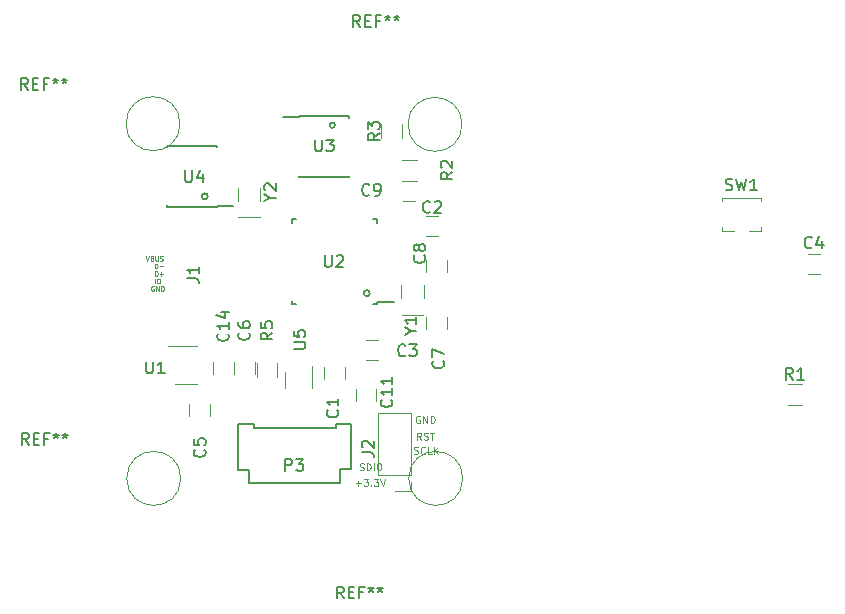
<source format=gto>
G04 #@! TF.FileFunction,Legend,Top*
%FSLAX46Y46*%
G04 Gerber Fmt 4.6, Leading zero omitted, Abs format (unit mm)*
G04 Created by KiCad (PCBNEW 4.0.5) date 05/03/17 20:46:56*
%MOMM*%
%LPD*%
G01*
G04 APERTURE LIST*
%ADD10C,0.100000*%
%ADD11C,0.125000*%
%ADD12C,0.200000*%
%ADD13C,0.120000*%
%ADD14C,0.150000*%
%ADD15C,0.080000*%
G04 APERTURE END LIST*
D10*
D11*
X120529500Y-86847357D02*
X120986643Y-86847357D01*
X120758072Y-87075929D02*
X120758072Y-86618786D01*
X121215214Y-86475929D02*
X121586643Y-86475929D01*
X121386643Y-86704500D01*
X121472357Y-86704500D01*
X121529500Y-86733071D01*
X121558071Y-86761643D01*
X121586643Y-86818786D01*
X121586643Y-86961643D01*
X121558071Y-87018786D01*
X121529500Y-87047357D01*
X121472357Y-87075929D01*
X121300929Y-87075929D01*
X121243786Y-87047357D01*
X121215214Y-87018786D01*
X121843786Y-87018786D02*
X121872358Y-87047357D01*
X121843786Y-87075929D01*
X121815215Y-87047357D01*
X121843786Y-87018786D01*
X121843786Y-87075929D01*
X122072357Y-86475929D02*
X122443786Y-86475929D01*
X122243786Y-86704500D01*
X122329500Y-86704500D01*
X122386643Y-86733071D01*
X122415214Y-86761643D01*
X122443786Y-86818786D01*
X122443786Y-86961643D01*
X122415214Y-87018786D01*
X122386643Y-87047357D01*
X122329500Y-87075929D01*
X122158072Y-87075929D01*
X122100929Y-87047357D01*
X122072357Y-87018786D01*
X122615215Y-86475929D02*
X122815215Y-87075929D01*
X123015215Y-86475929D01*
X120864429Y-85713857D02*
X120950143Y-85742429D01*
X121093000Y-85742429D01*
X121150143Y-85713857D01*
X121178714Y-85685286D01*
X121207286Y-85628143D01*
X121207286Y-85571000D01*
X121178714Y-85513857D01*
X121150143Y-85485286D01*
X121093000Y-85456714D01*
X120978714Y-85428143D01*
X120921572Y-85399571D01*
X120893000Y-85371000D01*
X120864429Y-85313857D01*
X120864429Y-85256714D01*
X120893000Y-85199571D01*
X120921572Y-85171000D01*
X120978714Y-85142429D01*
X121121572Y-85142429D01*
X121207286Y-85171000D01*
X121464429Y-85742429D02*
X121464429Y-85142429D01*
X121607286Y-85142429D01*
X121693001Y-85171000D01*
X121750143Y-85228143D01*
X121778715Y-85285286D01*
X121807286Y-85399571D01*
X121807286Y-85485286D01*
X121778715Y-85599571D01*
X121750143Y-85656714D01*
X121693001Y-85713857D01*
X121607286Y-85742429D01*
X121464429Y-85742429D01*
X122064429Y-85742429D02*
X122064429Y-85142429D01*
X122464429Y-85142429D02*
X122578715Y-85142429D01*
X122635857Y-85171000D01*
X122693000Y-85228143D01*
X122721572Y-85342429D01*
X122721572Y-85542429D01*
X122693000Y-85656714D01*
X122635857Y-85713857D01*
X122578715Y-85742429D01*
X122464429Y-85742429D01*
X122407286Y-85713857D01*
X122350143Y-85656714D01*
X122321572Y-85542429D01*
X122321572Y-85342429D01*
X122350143Y-85228143D01*
X122407286Y-85171000D01*
X122464429Y-85142429D01*
X125477715Y-84316857D02*
X125563429Y-84345429D01*
X125706286Y-84345429D01*
X125763429Y-84316857D01*
X125792000Y-84288286D01*
X125820572Y-84231143D01*
X125820572Y-84174000D01*
X125792000Y-84116857D01*
X125763429Y-84088286D01*
X125706286Y-84059714D01*
X125592000Y-84031143D01*
X125534858Y-84002571D01*
X125506286Y-83974000D01*
X125477715Y-83916857D01*
X125477715Y-83859714D01*
X125506286Y-83802571D01*
X125534858Y-83774000D01*
X125592000Y-83745429D01*
X125734858Y-83745429D01*
X125820572Y-83774000D01*
X126420572Y-84288286D02*
X126392001Y-84316857D01*
X126306287Y-84345429D01*
X126249144Y-84345429D01*
X126163429Y-84316857D01*
X126106287Y-84259714D01*
X126077715Y-84202571D01*
X126049144Y-84088286D01*
X126049144Y-84002571D01*
X126077715Y-83888286D01*
X126106287Y-83831143D01*
X126163429Y-83774000D01*
X126249144Y-83745429D01*
X126306287Y-83745429D01*
X126392001Y-83774000D01*
X126420572Y-83802571D01*
X126963429Y-84345429D02*
X126677715Y-84345429D01*
X126677715Y-83745429D01*
X127163429Y-84345429D02*
X127163429Y-83745429D01*
X127506286Y-84345429D02*
X127249143Y-84002571D01*
X127506286Y-83745429D02*
X127163429Y-84088286D01*
X126099928Y-83138929D02*
X125899928Y-82853214D01*
X125757071Y-83138929D02*
X125757071Y-82538929D01*
X125985643Y-82538929D01*
X126042785Y-82567500D01*
X126071357Y-82596071D01*
X126099928Y-82653214D01*
X126099928Y-82738929D01*
X126071357Y-82796071D01*
X126042785Y-82824643D01*
X125985643Y-82853214D01*
X125757071Y-82853214D01*
X126328500Y-83110357D02*
X126414214Y-83138929D01*
X126557071Y-83138929D01*
X126614214Y-83110357D01*
X126642785Y-83081786D01*
X126671357Y-83024643D01*
X126671357Y-82967500D01*
X126642785Y-82910357D01*
X126614214Y-82881786D01*
X126557071Y-82853214D01*
X126442785Y-82824643D01*
X126385643Y-82796071D01*
X126357071Y-82767500D01*
X126328500Y-82710357D01*
X126328500Y-82653214D01*
X126357071Y-82596071D01*
X126385643Y-82567500D01*
X126442785Y-82538929D01*
X126585643Y-82538929D01*
X126671357Y-82567500D01*
X126842786Y-82538929D02*
X127185643Y-82538929D01*
X127014214Y-83138929D02*
X127014214Y-82538929D01*
X125971358Y-81170500D02*
X125914215Y-81141929D01*
X125828501Y-81141929D01*
X125742786Y-81170500D01*
X125685644Y-81227643D01*
X125657072Y-81284786D01*
X125628501Y-81399071D01*
X125628501Y-81484786D01*
X125657072Y-81599071D01*
X125685644Y-81656214D01*
X125742786Y-81713357D01*
X125828501Y-81741929D01*
X125885644Y-81741929D01*
X125971358Y-81713357D01*
X125999929Y-81684786D01*
X125999929Y-81484786D01*
X125885644Y-81484786D01*
X126257072Y-81741929D02*
X126257072Y-81141929D01*
X126599929Y-81741929D01*
X126599929Y-81141929D01*
X126885643Y-81741929D02*
X126885643Y-81141929D01*
X127028500Y-81141929D01*
X127114215Y-81170500D01*
X127171357Y-81227643D01*
X127199929Y-81284786D01*
X127228500Y-81399071D01*
X127228500Y-81484786D01*
X127199929Y-81599071D01*
X127171357Y-81656214D01*
X127114215Y-81713357D01*
X127028500Y-81741929D01*
X126885643Y-81741929D01*
D12*
X121729500Y-70739000D02*
G75*
G03X121729500Y-70739000I-254000J0D01*
G01*
X108021317Y-62547500D02*
G75*
G03X108021317Y-62547500I-261817J0D01*
G01*
X118783453Y-56515000D02*
G75*
G03X118783453Y-56515000I-228953J0D01*
G01*
D13*
X129540000Y-56451500D02*
G75*
G03X129540000Y-56451500I-2286000J0D01*
G01*
X129603500Y-86423500D02*
G75*
G03X129603500Y-86423500I-2286000J0D01*
G01*
X105727500Y-86423500D02*
G75*
G03X105727500Y-86423500I-2286000J0D01*
G01*
X119595000Y-77970000D02*
X119595000Y-76970000D01*
X117895000Y-76970000D02*
X117895000Y-77970000D01*
X127500000Y-64174000D02*
X126500000Y-64174000D01*
X126500000Y-65874000D02*
X127500000Y-65874000D01*
X122420000Y-74715000D02*
X121420000Y-74715000D01*
X121420000Y-76415000D02*
X122420000Y-76415000D01*
X159835001Y-67407000D02*
X158835001Y-67407000D01*
X158835001Y-69107000D02*
X159835001Y-69107000D01*
X106465000Y-80145000D02*
X106465000Y-81145000D01*
X108165000Y-81145000D02*
X108165000Y-80145000D01*
X111975000Y-77589000D02*
X111975000Y-76589000D01*
X110275000Y-76589000D02*
X110275000Y-77589000D01*
X126531000Y-72779000D02*
X126531000Y-73779000D01*
X128231000Y-73779000D02*
X128231000Y-72779000D01*
X128231000Y-68953000D02*
X128231000Y-67953000D01*
X126531000Y-67953000D02*
X126531000Y-68953000D01*
X124531500Y-62953000D02*
X125531500Y-62953000D01*
X125531500Y-61253000D02*
X124531500Y-61253000D01*
X120562000Y-78875000D02*
X120562000Y-79875000D01*
X122262000Y-79875000D02*
X122262000Y-78875000D01*
X110197000Y-77589000D02*
X110197000Y-76589000D01*
X108497000Y-76589000D02*
X108497000Y-77589000D01*
X125215000Y-86106000D02*
X125215000Y-80906000D01*
X125215000Y-80906000D02*
X122435000Y-80906000D01*
X122435000Y-80906000D02*
X122435000Y-86106000D01*
X122435000Y-86106000D02*
X125215000Y-86106000D01*
X125215000Y-86741000D02*
X125215000Y-87496000D01*
X125215000Y-87496000D02*
X123825000Y-87496000D01*
D14*
X117800000Y-82123000D02*
X118900000Y-82123000D01*
X118900000Y-82123000D02*
X118900000Y-81823000D01*
X118900000Y-81823000D02*
X120100000Y-81823000D01*
X120100000Y-81823000D02*
X120100000Y-85623000D01*
X120100000Y-85623000D02*
X119200000Y-85623000D01*
X119200000Y-85623000D02*
X119200000Y-86823000D01*
X119200000Y-86823000D02*
X111500000Y-86823000D01*
X111500000Y-86823000D02*
X111500000Y-85723000D01*
X111500000Y-85723000D02*
X110600000Y-85723000D01*
X110600000Y-85723000D02*
X110600000Y-81823000D01*
X110600000Y-81823000D02*
X111900000Y-81823000D01*
X111900000Y-81823000D02*
X111900000Y-82123000D01*
X111900000Y-82123000D02*
X117800000Y-82123000D01*
D13*
X158305001Y-80187000D02*
X157105001Y-80187000D01*
X157105001Y-78427000D02*
X158305001Y-78427000D01*
X124495000Y-59445000D02*
X125695000Y-59445000D01*
X125695000Y-61205000D02*
X124495000Y-61205000D01*
X124451000Y-56423000D02*
X124451000Y-57623000D01*
X122691000Y-57623000D02*
X122691000Y-56423000D01*
X112150000Y-77816000D02*
X112150000Y-76616000D01*
X113910000Y-76616000D02*
X113910000Y-77816000D01*
X151536191Y-65457000D02*
X152536191Y-65457000D01*
X151536191Y-65167000D02*
X151536191Y-65457000D01*
X154836191Y-65457000D02*
X153836191Y-65457000D01*
X154836191Y-65457000D02*
X154836191Y-65167000D01*
X151536191Y-62957000D02*
X151536191Y-62667000D01*
X151536191Y-62667000D02*
X154836191Y-62667000D01*
X154836191Y-62667000D02*
X154836191Y-62957000D01*
X105272000Y-78445000D02*
X107072000Y-78445000D01*
X107072000Y-75225000D02*
X104622000Y-75225000D01*
D14*
X122370000Y-71697000D02*
X122370000Y-71472000D01*
X115120000Y-71697000D02*
X115120000Y-71372000D01*
X115120000Y-64447000D02*
X115120000Y-64772000D01*
X122370000Y-64447000D02*
X122370000Y-64772000D01*
X122370000Y-71697000D02*
X122045000Y-71697000D01*
X122370000Y-64447000D02*
X122045000Y-64447000D01*
X115120000Y-64447000D02*
X115445000Y-64447000D01*
X115120000Y-71697000D02*
X115445000Y-71697000D01*
X122370000Y-71472000D02*
X123795000Y-71472000D01*
X115781000Y-55781500D02*
X115781000Y-55831500D01*
X119931000Y-55781500D02*
X119931000Y-55926500D01*
X119931000Y-60931500D02*
X119931000Y-60786500D01*
X115781000Y-60931500D02*
X115781000Y-60786500D01*
X115781000Y-55781500D02*
X119931000Y-55781500D01*
X115781000Y-60931500D02*
X119931000Y-60931500D01*
X115781000Y-55831500D02*
X114381000Y-55831500D01*
X108755000Y-63408000D02*
X108755000Y-63358000D01*
X104605000Y-63408000D02*
X104605000Y-63263000D01*
X104605000Y-58258000D02*
X104605000Y-58403000D01*
X108755000Y-58258000D02*
X108755000Y-58403000D01*
X108755000Y-63408000D02*
X104605000Y-63408000D01*
X108755000Y-58258000D02*
X104605000Y-58258000D01*
X108755000Y-63358000D02*
X110155000Y-63358000D01*
D13*
X116857000Y-78805000D02*
X116857000Y-76905000D01*
X114537000Y-77405000D02*
X114537000Y-78805000D01*
X124399000Y-71162000D02*
X124399000Y-70062000D01*
X126299000Y-71162000D02*
X126299000Y-70062000D01*
X124449000Y-72562000D02*
X126249000Y-72562000D01*
X110556000Y-62907000D02*
X110556000Y-61807000D01*
X112456000Y-62907000D02*
X112456000Y-61807000D01*
X110606000Y-64307000D02*
X112406000Y-64307000D01*
X105664000Y-56388000D02*
G75*
G03X105664000Y-56388000I-2286000J0D01*
G01*
D14*
X120904167Y-48204381D02*
X120570833Y-47728190D01*
X120332738Y-48204381D02*
X120332738Y-47204381D01*
X120713691Y-47204381D01*
X120808929Y-47252000D01*
X120856548Y-47299619D01*
X120904167Y-47394857D01*
X120904167Y-47537714D01*
X120856548Y-47632952D01*
X120808929Y-47680571D01*
X120713691Y-47728190D01*
X120332738Y-47728190D01*
X121332738Y-47680571D02*
X121666072Y-47680571D01*
X121808929Y-48204381D02*
X121332738Y-48204381D01*
X121332738Y-47204381D01*
X121808929Y-47204381D01*
X122570834Y-47680571D02*
X122237500Y-47680571D01*
X122237500Y-48204381D02*
X122237500Y-47204381D01*
X122713691Y-47204381D01*
X123237500Y-47204381D02*
X123237500Y-47442476D01*
X122999405Y-47347238D02*
X123237500Y-47442476D01*
X123475596Y-47347238D01*
X123094643Y-47632952D02*
X123237500Y-47442476D01*
X123380358Y-47632952D01*
X123999405Y-47204381D02*
X123999405Y-47442476D01*
X123761310Y-47347238D02*
X123999405Y-47442476D01*
X124237501Y-47347238D01*
X123856548Y-47632952D02*
X123999405Y-47442476D01*
X124142263Y-47632952D01*
X119507167Y-96591381D02*
X119173833Y-96115190D01*
X118935738Y-96591381D02*
X118935738Y-95591381D01*
X119316691Y-95591381D01*
X119411929Y-95639000D01*
X119459548Y-95686619D01*
X119507167Y-95781857D01*
X119507167Y-95924714D01*
X119459548Y-96019952D01*
X119411929Y-96067571D01*
X119316691Y-96115190D01*
X118935738Y-96115190D01*
X119935738Y-96067571D02*
X120269072Y-96067571D01*
X120411929Y-96591381D02*
X119935738Y-96591381D01*
X119935738Y-95591381D01*
X120411929Y-95591381D01*
X121173834Y-96067571D02*
X120840500Y-96067571D01*
X120840500Y-96591381D02*
X120840500Y-95591381D01*
X121316691Y-95591381D01*
X121840500Y-95591381D02*
X121840500Y-95829476D01*
X121602405Y-95734238D02*
X121840500Y-95829476D01*
X122078596Y-95734238D01*
X121697643Y-96019952D02*
X121840500Y-95829476D01*
X121983358Y-96019952D01*
X122602405Y-95591381D02*
X122602405Y-95829476D01*
X122364310Y-95734238D02*
X122602405Y-95829476D01*
X122840501Y-95734238D01*
X122459548Y-96019952D02*
X122602405Y-95829476D01*
X122745263Y-96019952D01*
X92837167Y-83573881D02*
X92503833Y-83097690D01*
X92265738Y-83573881D02*
X92265738Y-82573881D01*
X92646691Y-82573881D01*
X92741929Y-82621500D01*
X92789548Y-82669119D01*
X92837167Y-82764357D01*
X92837167Y-82907214D01*
X92789548Y-83002452D01*
X92741929Y-83050071D01*
X92646691Y-83097690D01*
X92265738Y-83097690D01*
X93265738Y-83050071D02*
X93599072Y-83050071D01*
X93741929Y-83573881D02*
X93265738Y-83573881D01*
X93265738Y-82573881D01*
X93741929Y-82573881D01*
X94503834Y-83050071D02*
X94170500Y-83050071D01*
X94170500Y-83573881D02*
X94170500Y-82573881D01*
X94646691Y-82573881D01*
X95170500Y-82573881D02*
X95170500Y-82811976D01*
X94932405Y-82716738D02*
X95170500Y-82811976D01*
X95408596Y-82716738D01*
X95027643Y-83002452D02*
X95170500Y-82811976D01*
X95313358Y-83002452D01*
X95932405Y-82573881D02*
X95932405Y-82811976D01*
X95694310Y-82716738D02*
X95932405Y-82811976D01*
X96170501Y-82716738D01*
X95789548Y-83002452D02*
X95932405Y-82811976D01*
X96075263Y-83002452D01*
X118975143Y-80621166D02*
X119022762Y-80668785D01*
X119070381Y-80811642D01*
X119070381Y-80906880D01*
X119022762Y-81049738D01*
X118927524Y-81144976D01*
X118832286Y-81192595D01*
X118641810Y-81240214D01*
X118498952Y-81240214D01*
X118308476Y-81192595D01*
X118213238Y-81144976D01*
X118118000Y-81049738D01*
X118070381Y-80906880D01*
X118070381Y-80811642D01*
X118118000Y-80668785D01*
X118165619Y-80621166D01*
X119070381Y-79668785D02*
X119070381Y-80240214D01*
X119070381Y-79954500D02*
X118070381Y-79954500D01*
X118213238Y-80049738D01*
X118308476Y-80144976D01*
X118356095Y-80240214D01*
X126833334Y-63857143D02*
X126785715Y-63904762D01*
X126642858Y-63952381D01*
X126547620Y-63952381D01*
X126404762Y-63904762D01*
X126309524Y-63809524D01*
X126261905Y-63714286D01*
X126214286Y-63523810D01*
X126214286Y-63380952D01*
X126261905Y-63190476D01*
X126309524Y-63095238D01*
X126404762Y-63000000D01*
X126547620Y-62952381D01*
X126642858Y-62952381D01*
X126785715Y-63000000D01*
X126833334Y-63047619D01*
X127214286Y-63047619D02*
X127261905Y-63000000D01*
X127357143Y-62952381D01*
X127595239Y-62952381D01*
X127690477Y-63000000D01*
X127738096Y-63047619D01*
X127785715Y-63142857D01*
X127785715Y-63238095D01*
X127738096Y-63380952D01*
X127166667Y-63952381D01*
X127785715Y-63952381D01*
X124737834Y-75985643D02*
X124690215Y-76033262D01*
X124547358Y-76080881D01*
X124452120Y-76080881D01*
X124309262Y-76033262D01*
X124214024Y-75938024D01*
X124166405Y-75842786D01*
X124118786Y-75652310D01*
X124118786Y-75509452D01*
X124166405Y-75318976D01*
X124214024Y-75223738D01*
X124309262Y-75128500D01*
X124452120Y-75080881D01*
X124547358Y-75080881D01*
X124690215Y-75128500D01*
X124737834Y-75176119D01*
X125071167Y-75080881D02*
X125690215Y-75080881D01*
X125356881Y-75461833D01*
X125499739Y-75461833D01*
X125594977Y-75509452D01*
X125642596Y-75557071D01*
X125690215Y-75652310D01*
X125690215Y-75890405D01*
X125642596Y-75985643D01*
X125594977Y-76033262D01*
X125499739Y-76080881D01*
X125214024Y-76080881D01*
X125118786Y-76033262D01*
X125071167Y-75985643D01*
X159168335Y-66864143D02*
X159120716Y-66911762D01*
X158977859Y-66959381D01*
X158882621Y-66959381D01*
X158739763Y-66911762D01*
X158644525Y-66816524D01*
X158596906Y-66721286D01*
X158549287Y-66530810D01*
X158549287Y-66387952D01*
X158596906Y-66197476D01*
X158644525Y-66102238D01*
X158739763Y-66007000D01*
X158882621Y-65959381D01*
X158977859Y-65959381D01*
X159120716Y-66007000D01*
X159168335Y-66054619D01*
X160025478Y-66292714D02*
X160025478Y-66959381D01*
X159787382Y-65911762D02*
X159549287Y-66626048D01*
X160168335Y-66626048D01*
X107735643Y-83986666D02*
X107783262Y-84034285D01*
X107830881Y-84177142D01*
X107830881Y-84272380D01*
X107783262Y-84415238D01*
X107688024Y-84510476D01*
X107592786Y-84558095D01*
X107402310Y-84605714D01*
X107259452Y-84605714D01*
X107068976Y-84558095D01*
X106973738Y-84510476D01*
X106878500Y-84415238D01*
X106830881Y-84272380D01*
X106830881Y-84177142D01*
X106878500Y-84034285D01*
X106926119Y-83986666D01*
X106830881Y-83081904D02*
X106830881Y-83558095D01*
X107307071Y-83605714D01*
X107259452Y-83558095D01*
X107211833Y-83462857D01*
X107211833Y-83224761D01*
X107259452Y-83129523D01*
X107307071Y-83081904D01*
X107402310Y-83034285D01*
X107640405Y-83034285D01*
X107735643Y-83081904D01*
X107783262Y-83129523D01*
X107830881Y-83224761D01*
X107830881Y-83462857D01*
X107783262Y-83558095D01*
X107735643Y-83605714D01*
X111482143Y-74080666D02*
X111529762Y-74128285D01*
X111577381Y-74271142D01*
X111577381Y-74366380D01*
X111529762Y-74509238D01*
X111434524Y-74604476D01*
X111339286Y-74652095D01*
X111148810Y-74699714D01*
X111005952Y-74699714D01*
X110815476Y-74652095D01*
X110720238Y-74604476D01*
X110625000Y-74509238D01*
X110577381Y-74366380D01*
X110577381Y-74271142D01*
X110625000Y-74128285D01*
X110672619Y-74080666D01*
X110577381Y-73223523D02*
X110577381Y-73414000D01*
X110625000Y-73509238D01*
X110672619Y-73556857D01*
X110815476Y-73652095D01*
X111005952Y-73699714D01*
X111386905Y-73699714D01*
X111482143Y-73652095D01*
X111529762Y-73604476D01*
X111577381Y-73509238D01*
X111577381Y-73318761D01*
X111529762Y-73223523D01*
X111482143Y-73175904D01*
X111386905Y-73128285D01*
X111148810Y-73128285D01*
X111053571Y-73175904D01*
X111005952Y-73223523D01*
X110958333Y-73318761D01*
X110958333Y-73509238D01*
X111005952Y-73604476D01*
X111053571Y-73652095D01*
X111148810Y-73699714D01*
X127928643Y-76493666D02*
X127976262Y-76541285D01*
X128023881Y-76684142D01*
X128023881Y-76779380D01*
X127976262Y-76922238D01*
X127881024Y-77017476D01*
X127785786Y-77065095D01*
X127595310Y-77112714D01*
X127452452Y-77112714D01*
X127261976Y-77065095D01*
X127166738Y-77017476D01*
X127071500Y-76922238D01*
X127023881Y-76779380D01*
X127023881Y-76684142D01*
X127071500Y-76541285D01*
X127119119Y-76493666D01*
X127023881Y-76160333D02*
X127023881Y-75493666D01*
X128023881Y-75922238D01*
X126341143Y-67540166D02*
X126388762Y-67587785D01*
X126436381Y-67730642D01*
X126436381Y-67825880D01*
X126388762Y-67968738D01*
X126293524Y-68063976D01*
X126198286Y-68111595D01*
X126007810Y-68159214D01*
X125864952Y-68159214D01*
X125674476Y-68111595D01*
X125579238Y-68063976D01*
X125484000Y-67968738D01*
X125436381Y-67825880D01*
X125436381Y-67730642D01*
X125484000Y-67587785D01*
X125531619Y-67540166D01*
X125864952Y-66968738D02*
X125817333Y-67063976D01*
X125769714Y-67111595D01*
X125674476Y-67159214D01*
X125626857Y-67159214D01*
X125531619Y-67111595D01*
X125484000Y-67063976D01*
X125436381Y-66968738D01*
X125436381Y-66778261D01*
X125484000Y-66683023D01*
X125531619Y-66635404D01*
X125626857Y-66587785D01*
X125674476Y-66587785D01*
X125769714Y-66635404D01*
X125817333Y-66683023D01*
X125864952Y-66778261D01*
X125864952Y-66968738D01*
X125912571Y-67063976D01*
X125960190Y-67111595D01*
X126055429Y-67159214D01*
X126245905Y-67159214D01*
X126341143Y-67111595D01*
X126388762Y-67063976D01*
X126436381Y-66968738D01*
X126436381Y-66778261D01*
X126388762Y-66683023D01*
X126341143Y-66635404D01*
X126245905Y-66587785D01*
X126055429Y-66587785D01*
X125960190Y-66635404D01*
X125912571Y-66683023D01*
X125864952Y-66778261D01*
X121689834Y-62396643D02*
X121642215Y-62444262D01*
X121499358Y-62491881D01*
X121404120Y-62491881D01*
X121261262Y-62444262D01*
X121166024Y-62349024D01*
X121118405Y-62253786D01*
X121070786Y-62063310D01*
X121070786Y-61920452D01*
X121118405Y-61729976D01*
X121166024Y-61634738D01*
X121261262Y-61539500D01*
X121404120Y-61491881D01*
X121499358Y-61491881D01*
X121642215Y-61539500D01*
X121689834Y-61587119D01*
X122166024Y-62491881D02*
X122356500Y-62491881D01*
X122451739Y-62444262D01*
X122499358Y-62396643D01*
X122594596Y-62253786D01*
X122642215Y-62063310D01*
X122642215Y-61682357D01*
X122594596Y-61587119D01*
X122546977Y-61539500D01*
X122451739Y-61491881D01*
X122261262Y-61491881D01*
X122166024Y-61539500D01*
X122118405Y-61587119D01*
X122070786Y-61682357D01*
X122070786Y-61920452D01*
X122118405Y-62015690D01*
X122166024Y-62063310D01*
X122261262Y-62110929D01*
X122451739Y-62110929D01*
X122546977Y-62063310D01*
X122594596Y-62015690D01*
X122642215Y-61920452D01*
X123547143Y-79763857D02*
X123594762Y-79811476D01*
X123642381Y-79954333D01*
X123642381Y-80049571D01*
X123594762Y-80192429D01*
X123499524Y-80287667D01*
X123404286Y-80335286D01*
X123213810Y-80382905D01*
X123070952Y-80382905D01*
X122880476Y-80335286D01*
X122785238Y-80287667D01*
X122690000Y-80192429D01*
X122642381Y-80049571D01*
X122642381Y-79954333D01*
X122690000Y-79811476D01*
X122737619Y-79763857D01*
X123642381Y-78811476D02*
X123642381Y-79382905D01*
X123642381Y-79097191D02*
X122642381Y-79097191D01*
X122785238Y-79192429D01*
X122880476Y-79287667D01*
X122928095Y-79382905D01*
X123642381Y-77859095D02*
X123642381Y-78430524D01*
X123642381Y-78144810D02*
X122642381Y-78144810D01*
X122785238Y-78240048D01*
X122880476Y-78335286D01*
X122928095Y-78430524D01*
X109704143Y-74175857D02*
X109751762Y-74223476D01*
X109799381Y-74366333D01*
X109799381Y-74461571D01*
X109751762Y-74604429D01*
X109656524Y-74699667D01*
X109561286Y-74747286D01*
X109370810Y-74794905D01*
X109227952Y-74794905D01*
X109037476Y-74747286D01*
X108942238Y-74699667D01*
X108847000Y-74604429D01*
X108799381Y-74461571D01*
X108799381Y-74366333D01*
X108847000Y-74223476D01*
X108894619Y-74175857D01*
X109799381Y-73223476D02*
X109799381Y-73794905D01*
X109799381Y-73509191D02*
X108799381Y-73509191D01*
X108942238Y-73604429D01*
X109037476Y-73699667D01*
X109085095Y-73794905D01*
X109132714Y-72366333D02*
X109799381Y-72366333D01*
X108751762Y-72604429D02*
X109466048Y-72842524D01*
X109466048Y-72223476D01*
X106259381Y-69484833D02*
X106973667Y-69484833D01*
X107116524Y-69532453D01*
X107211762Y-69627691D01*
X107259381Y-69770548D01*
X107259381Y-69865786D01*
X107259381Y-68484833D02*
X107259381Y-69056262D01*
X107259381Y-68770548D02*
X106259381Y-68770548D01*
X106402238Y-68865786D01*
X106497476Y-68961024D01*
X106545095Y-69056262D01*
D15*
X103454238Y-70158000D02*
X103416143Y-70138952D01*
X103359000Y-70138952D01*
X103301857Y-70158000D01*
X103263762Y-70196095D01*
X103244714Y-70234190D01*
X103225666Y-70310381D01*
X103225666Y-70367524D01*
X103244714Y-70443714D01*
X103263762Y-70481810D01*
X103301857Y-70519905D01*
X103359000Y-70538952D01*
X103397095Y-70538952D01*
X103454238Y-70519905D01*
X103473286Y-70500857D01*
X103473286Y-70367524D01*
X103397095Y-70367524D01*
X103644714Y-70538952D02*
X103644714Y-70138952D01*
X103873286Y-70538952D01*
X103873286Y-70138952D01*
X104063762Y-70538952D02*
X104063762Y-70138952D01*
X104159000Y-70138952D01*
X104216143Y-70158000D01*
X104254238Y-70196095D01*
X104273286Y-70234190D01*
X104292334Y-70310381D01*
X104292334Y-70367524D01*
X104273286Y-70443714D01*
X104254238Y-70481810D01*
X104216143Y-70519905D01*
X104159000Y-70538952D01*
X104063762Y-70538952D01*
X103559000Y-69903952D02*
X103559000Y-69503952D01*
X103749476Y-69903952D02*
X103749476Y-69503952D01*
X103844714Y-69503952D01*
X103901857Y-69523000D01*
X103939952Y-69561095D01*
X103959000Y-69599190D01*
X103978048Y-69675381D01*
X103978048Y-69732524D01*
X103959000Y-69808714D01*
X103939952Y-69846810D01*
X103901857Y-69884905D01*
X103844714Y-69903952D01*
X103749476Y-69903952D01*
X103533619Y-69268952D02*
X103533619Y-68868952D01*
X103628857Y-68868952D01*
X103686000Y-68888000D01*
X103724095Y-68926095D01*
X103743143Y-68964190D01*
X103762191Y-69040381D01*
X103762191Y-69097524D01*
X103743143Y-69173714D01*
X103724095Y-69211810D01*
X103686000Y-69249905D01*
X103628857Y-69268952D01*
X103533619Y-69268952D01*
X103933619Y-69116571D02*
X104238381Y-69116571D01*
X104086000Y-69268952D02*
X104086000Y-68964190D01*
X103533619Y-68633952D02*
X103533619Y-68233952D01*
X103628857Y-68233952D01*
X103686000Y-68253000D01*
X103724095Y-68291095D01*
X103743143Y-68329190D01*
X103762191Y-68405381D01*
X103762191Y-68462524D01*
X103743143Y-68538714D01*
X103724095Y-68576810D01*
X103686000Y-68614905D01*
X103628857Y-68633952D01*
X103533619Y-68633952D01*
X103933619Y-68481571D02*
X104238381Y-68481571D01*
X102771667Y-67598952D02*
X102905001Y-67998952D01*
X103038334Y-67598952D01*
X103305000Y-67789429D02*
X103362143Y-67808476D01*
X103381191Y-67827524D01*
X103400239Y-67865619D01*
X103400239Y-67922762D01*
X103381191Y-67960857D01*
X103362143Y-67979905D01*
X103324048Y-67998952D01*
X103171667Y-67998952D01*
X103171667Y-67598952D01*
X103305000Y-67598952D01*
X103343096Y-67618000D01*
X103362143Y-67637048D01*
X103381191Y-67675143D01*
X103381191Y-67713238D01*
X103362143Y-67751333D01*
X103343096Y-67770381D01*
X103305000Y-67789429D01*
X103171667Y-67789429D01*
X103571667Y-67598952D02*
X103571667Y-67922762D01*
X103590715Y-67960857D01*
X103609762Y-67979905D01*
X103647858Y-67998952D01*
X103724048Y-67998952D01*
X103762143Y-67979905D01*
X103781191Y-67960857D01*
X103800239Y-67922762D01*
X103800239Y-67598952D01*
X103971667Y-67979905D02*
X104028810Y-67998952D01*
X104124048Y-67998952D01*
X104162144Y-67979905D01*
X104181191Y-67960857D01*
X104200239Y-67922762D01*
X104200239Y-67884667D01*
X104181191Y-67846571D01*
X104162144Y-67827524D01*
X104124048Y-67808476D01*
X104047858Y-67789429D01*
X104009763Y-67770381D01*
X103990715Y-67751333D01*
X103971667Y-67713238D01*
X103971667Y-67675143D01*
X103990715Y-67637048D01*
X104009763Y-67618000D01*
X104047858Y-67598952D01*
X104143096Y-67598952D01*
X104200239Y-67618000D01*
D14*
X121054881Y-84216833D02*
X121769167Y-84216833D01*
X121912024Y-84264453D01*
X122007262Y-84359691D01*
X122054881Y-84502548D01*
X122054881Y-84597786D01*
X121150119Y-83788262D02*
X121102500Y-83740643D01*
X121054881Y-83645405D01*
X121054881Y-83407309D01*
X121102500Y-83312071D01*
X121150119Y-83264452D01*
X121245357Y-83216833D01*
X121340595Y-83216833D01*
X121483452Y-83264452D01*
X122054881Y-83835881D01*
X122054881Y-83216833D01*
X114577905Y-85796381D02*
X114577905Y-84796381D01*
X114958858Y-84796381D01*
X115054096Y-84844000D01*
X115101715Y-84891619D01*
X115149334Y-84986857D01*
X115149334Y-85129714D01*
X115101715Y-85224952D01*
X115054096Y-85272571D01*
X114958858Y-85320190D01*
X114577905Y-85320190D01*
X115482667Y-84796381D02*
X116101715Y-84796381D01*
X115768381Y-85177333D01*
X115911239Y-85177333D01*
X116006477Y-85224952D01*
X116054096Y-85272571D01*
X116101715Y-85367810D01*
X116101715Y-85605905D01*
X116054096Y-85701143D01*
X116006477Y-85748762D01*
X115911239Y-85796381D01*
X115625524Y-85796381D01*
X115530286Y-85748762D01*
X115482667Y-85701143D01*
X157538335Y-78059381D02*
X157205001Y-77583190D01*
X156966906Y-78059381D02*
X156966906Y-77059381D01*
X157347859Y-77059381D01*
X157443097Y-77107000D01*
X157490716Y-77154619D01*
X157538335Y-77249857D01*
X157538335Y-77392714D01*
X157490716Y-77487952D01*
X157443097Y-77535571D01*
X157347859Y-77583190D01*
X156966906Y-77583190D01*
X158490716Y-78059381D02*
X157919287Y-78059381D01*
X158205001Y-78059381D02*
X158205001Y-77059381D01*
X158109763Y-77202238D01*
X158014525Y-77297476D01*
X157919287Y-77345095D01*
X128722381Y-60491666D02*
X128246190Y-60825000D01*
X128722381Y-61063095D02*
X127722381Y-61063095D01*
X127722381Y-60682142D01*
X127770000Y-60586904D01*
X127817619Y-60539285D01*
X127912857Y-60491666D01*
X128055714Y-60491666D01*
X128150952Y-60539285D01*
X128198571Y-60586904D01*
X128246190Y-60682142D01*
X128246190Y-61063095D01*
X127817619Y-60110714D02*
X127770000Y-60063095D01*
X127722381Y-59967857D01*
X127722381Y-59729761D01*
X127770000Y-59634523D01*
X127817619Y-59586904D01*
X127912857Y-59539285D01*
X128008095Y-59539285D01*
X128150952Y-59586904D01*
X128722381Y-60158333D01*
X128722381Y-59539285D01*
X122562881Y-57189666D02*
X122086690Y-57523000D01*
X122562881Y-57761095D02*
X121562881Y-57761095D01*
X121562881Y-57380142D01*
X121610500Y-57284904D01*
X121658119Y-57237285D01*
X121753357Y-57189666D01*
X121896214Y-57189666D01*
X121991452Y-57237285D01*
X122039071Y-57284904D01*
X122086690Y-57380142D01*
X122086690Y-57761095D01*
X121562881Y-56856333D02*
X121562881Y-56237285D01*
X121943833Y-56570619D01*
X121943833Y-56427761D01*
X121991452Y-56332523D01*
X122039071Y-56284904D01*
X122134310Y-56237285D01*
X122372405Y-56237285D01*
X122467643Y-56284904D01*
X122515262Y-56332523D01*
X122562881Y-56427761D01*
X122562881Y-56713476D01*
X122515262Y-56808714D01*
X122467643Y-56856333D01*
X113482381Y-74080666D02*
X113006190Y-74414000D01*
X113482381Y-74652095D02*
X112482381Y-74652095D01*
X112482381Y-74271142D01*
X112530000Y-74175904D01*
X112577619Y-74128285D01*
X112672857Y-74080666D01*
X112815714Y-74080666D01*
X112910952Y-74128285D01*
X112958571Y-74175904D01*
X113006190Y-74271142D01*
X113006190Y-74652095D01*
X112482381Y-73175904D02*
X112482381Y-73652095D01*
X112958571Y-73699714D01*
X112910952Y-73652095D01*
X112863333Y-73556857D01*
X112863333Y-73318761D01*
X112910952Y-73223523D01*
X112958571Y-73175904D01*
X113053810Y-73128285D01*
X113291905Y-73128285D01*
X113387143Y-73175904D01*
X113434762Y-73223523D01*
X113482381Y-73318761D01*
X113482381Y-73556857D01*
X113434762Y-73652095D01*
X113387143Y-73699714D01*
X151852858Y-61991762D02*
X151995715Y-62039381D01*
X152233811Y-62039381D01*
X152329049Y-61991762D01*
X152376668Y-61944143D01*
X152424287Y-61848905D01*
X152424287Y-61753667D01*
X152376668Y-61658429D01*
X152329049Y-61610810D01*
X152233811Y-61563190D01*
X152043334Y-61515571D01*
X151948096Y-61467952D01*
X151900477Y-61420333D01*
X151852858Y-61325095D01*
X151852858Y-61229857D01*
X151900477Y-61134619D01*
X151948096Y-61087000D01*
X152043334Y-61039381D01*
X152281430Y-61039381D01*
X152424287Y-61087000D01*
X152757620Y-61039381D02*
X152995715Y-62039381D01*
X153186192Y-61325095D01*
X153376668Y-62039381D01*
X153614763Y-61039381D01*
X154519525Y-62039381D02*
X153948096Y-62039381D01*
X154233810Y-62039381D02*
X154233810Y-61039381D01*
X154138572Y-61182238D01*
X154043334Y-61277476D01*
X153948096Y-61325095D01*
X102806595Y-76541381D02*
X102806595Y-77350905D01*
X102854214Y-77446143D01*
X102901833Y-77493762D01*
X102997071Y-77541381D01*
X103187548Y-77541381D01*
X103282786Y-77493762D01*
X103330405Y-77446143D01*
X103378024Y-77350905D01*
X103378024Y-76541381D01*
X104378024Y-77541381D02*
X103806595Y-77541381D01*
X104092309Y-77541381D02*
X104092309Y-76541381D01*
X103997071Y-76684238D01*
X103901833Y-76779476D01*
X103806595Y-76827095D01*
X117919595Y-67524381D02*
X117919595Y-68333905D01*
X117967214Y-68429143D01*
X118014833Y-68476762D01*
X118110071Y-68524381D01*
X118300548Y-68524381D01*
X118395786Y-68476762D01*
X118443405Y-68429143D01*
X118491024Y-68333905D01*
X118491024Y-67524381D01*
X118919595Y-67619619D02*
X118967214Y-67572000D01*
X119062452Y-67524381D01*
X119300548Y-67524381D01*
X119395786Y-67572000D01*
X119443405Y-67619619D01*
X119491024Y-67714857D01*
X119491024Y-67810095D01*
X119443405Y-67952952D01*
X118871976Y-68524381D01*
X119491024Y-68524381D01*
X117094095Y-57745381D02*
X117094095Y-58554905D01*
X117141714Y-58650143D01*
X117189333Y-58697762D01*
X117284571Y-58745381D01*
X117475048Y-58745381D01*
X117570286Y-58697762D01*
X117617905Y-58650143D01*
X117665524Y-58554905D01*
X117665524Y-57745381D01*
X118046476Y-57745381D02*
X118665524Y-57745381D01*
X118332190Y-58126333D01*
X118475048Y-58126333D01*
X118570286Y-58173952D01*
X118617905Y-58221571D01*
X118665524Y-58316810D01*
X118665524Y-58554905D01*
X118617905Y-58650143D01*
X118570286Y-58697762D01*
X118475048Y-58745381D01*
X118189333Y-58745381D01*
X118094095Y-58697762D01*
X118046476Y-58650143D01*
X106108595Y-60348881D02*
X106108595Y-61158405D01*
X106156214Y-61253643D01*
X106203833Y-61301262D01*
X106299071Y-61348881D01*
X106489548Y-61348881D01*
X106584786Y-61301262D01*
X106632405Y-61253643D01*
X106680024Y-61158405D01*
X106680024Y-60348881D01*
X107584786Y-60682214D02*
X107584786Y-61348881D01*
X107346690Y-60301262D02*
X107108595Y-61015548D01*
X107727643Y-61015548D01*
X115276381Y-75437905D02*
X116085905Y-75437905D01*
X116181143Y-75390286D01*
X116228762Y-75342667D01*
X116276381Y-75247429D01*
X116276381Y-75056952D01*
X116228762Y-74961714D01*
X116181143Y-74914095D01*
X116085905Y-74866476D01*
X115276381Y-74866476D01*
X115276381Y-73914095D02*
X115276381Y-74390286D01*
X115752571Y-74437905D01*
X115704952Y-74390286D01*
X115657333Y-74295048D01*
X115657333Y-74056952D01*
X115704952Y-73961714D01*
X115752571Y-73914095D01*
X115847810Y-73866476D01*
X116085905Y-73866476D01*
X116181143Y-73914095D01*
X116228762Y-73961714D01*
X116276381Y-74056952D01*
X116276381Y-74295048D01*
X116228762Y-74390286D01*
X116181143Y-74437905D01*
X125198190Y-73945691D02*
X125674381Y-73945691D01*
X124674381Y-74279024D02*
X125198190Y-73945691D01*
X124674381Y-73612357D01*
X125674381Y-72755214D02*
X125674381Y-73326643D01*
X125674381Y-73040929D02*
X124674381Y-73040929D01*
X124817238Y-73136167D01*
X124912476Y-73231405D01*
X124960095Y-73326643D01*
X113323690Y-62642691D02*
X113799881Y-62642691D01*
X112799881Y-62976024D02*
X113323690Y-62642691D01*
X112799881Y-62309357D01*
X112895119Y-62023643D02*
X112847500Y-61976024D01*
X112799881Y-61880786D01*
X112799881Y-61642690D01*
X112847500Y-61547452D01*
X112895119Y-61499833D01*
X112990357Y-61452214D01*
X113085595Y-61452214D01*
X113228452Y-61499833D01*
X113799881Y-62071262D01*
X113799881Y-61452214D01*
X92773667Y-53538381D02*
X92440333Y-53062190D01*
X92202238Y-53538381D02*
X92202238Y-52538381D01*
X92583191Y-52538381D01*
X92678429Y-52586000D01*
X92726048Y-52633619D01*
X92773667Y-52728857D01*
X92773667Y-52871714D01*
X92726048Y-52966952D01*
X92678429Y-53014571D01*
X92583191Y-53062190D01*
X92202238Y-53062190D01*
X93202238Y-53014571D02*
X93535572Y-53014571D01*
X93678429Y-53538381D02*
X93202238Y-53538381D01*
X93202238Y-52538381D01*
X93678429Y-52538381D01*
X94440334Y-53014571D02*
X94107000Y-53014571D01*
X94107000Y-53538381D02*
X94107000Y-52538381D01*
X94583191Y-52538381D01*
X95107000Y-52538381D02*
X95107000Y-52776476D01*
X94868905Y-52681238D02*
X95107000Y-52776476D01*
X95345096Y-52681238D01*
X94964143Y-52966952D02*
X95107000Y-52776476D01*
X95249858Y-52966952D01*
X95868905Y-52538381D02*
X95868905Y-52776476D01*
X95630810Y-52681238D02*
X95868905Y-52776476D01*
X96107001Y-52681238D01*
X95726048Y-52966952D02*
X95868905Y-52776476D01*
X96011763Y-52966952D01*
M02*

</source>
